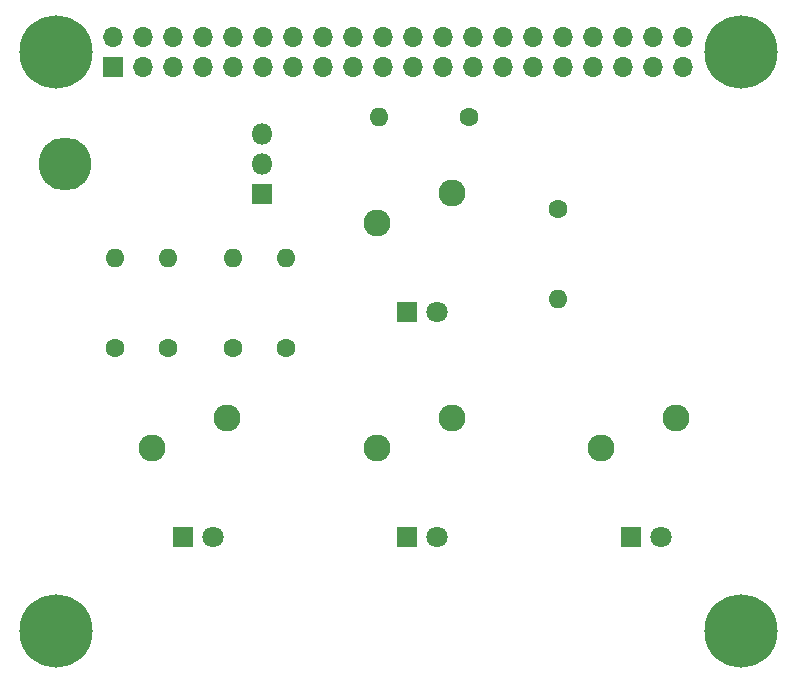
<source format=gbs>
G04 #@! TF.FileFunction,Soldermask,Bot*
%FSLAX46Y46*%
G04 Gerber Fmt 4.6, Leading zero omitted, Abs format (unit mm)*
G04 Created by KiCad (PCBNEW 4.0.6) date 07/22/17 01:00:57*
%MOMM*%
%LPD*%
G01*
G04 APERTURE LIST*
%ADD10C,0.100000*%
%ADD11C,2.750000*%
%ADD12C,6.200000*%
%ADD13O,4.500000X4.500000*%
%ADD14R,1.800000X1.800000*%
%ADD15O,1.800000X1.800000*%
%ADD16C,1.800000*%
%ADD17R,1.700000X1.700000*%
%ADD18O,1.700000X1.700000*%
%ADD19C,2.286000*%
%ADD20C,1.600000*%
%ADD21O,1.600000X1.600000*%
G04 APERTURE END LIST*
D10*
D11*
X105500000Y-126000000D03*
X47500000Y-126000000D03*
X47500000Y-77000000D03*
D12*
X105500000Y-77000000D03*
D13*
X48340000Y-86460000D03*
D14*
X65000000Y-89000000D03*
D15*
X65000000Y-86460000D03*
X65000000Y-83920000D03*
D12*
X47500000Y-126000000D03*
X105500000Y-126000000D03*
D11*
X105500000Y-77000000D03*
D14*
X77250000Y-99000000D03*
D16*
X79790000Y-99000000D03*
D14*
X58250000Y-118000000D03*
D16*
X60790000Y-118000000D03*
D14*
X77250000Y-118000000D03*
D16*
X79790000Y-118000000D03*
D14*
X96250000Y-118000000D03*
D16*
X98790000Y-118000000D03*
D17*
X52370000Y-78270000D03*
D18*
X52370000Y-75730000D03*
X54910000Y-78270000D03*
X54910000Y-75730000D03*
X57450000Y-78270000D03*
X57450000Y-75730000D03*
X59990000Y-78270000D03*
X59990000Y-75730000D03*
X62530000Y-78270000D03*
X62530000Y-75730000D03*
X65070000Y-78270000D03*
X65070000Y-75730000D03*
X67610000Y-78270000D03*
X67610000Y-75730000D03*
X70150000Y-78270000D03*
X70150000Y-75730000D03*
X72690000Y-78270000D03*
X72690000Y-75730000D03*
X75230000Y-78270000D03*
X75230000Y-75730000D03*
X77770000Y-78270000D03*
X77770000Y-75730000D03*
X80310000Y-78270000D03*
X80310000Y-75730000D03*
X82850000Y-78270000D03*
X82850000Y-75730000D03*
X85390000Y-78270000D03*
X85390000Y-75730000D03*
X87930000Y-78270000D03*
X87930000Y-75730000D03*
X90470000Y-78270000D03*
X90470000Y-75730000D03*
X93010000Y-78270000D03*
X93010000Y-75730000D03*
X95550000Y-78270000D03*
X95550000Y-75730000D03*
X98090000Y-78270000D03*
X98090000Y-75730000D03*
X100630000Y-78270000D03*
X100630000Y-75730000D03*
D19*
X81040000Y-88920000D03*
X74690000Y-91460000D03*
X62040000Y-107920000D03*
X55690000Y-110460000D03*
X81040000Y-107920000D03*
X74690000Y-110460000D03*
X100040000Y-107920000D03*
X93690000Y-110460000D03*
D12*
X47500000Y-77000000D03*
D20*
X90000000Y-90250000D03*
D21*
X90000000Y-97870000D03*
D20*
X82500000Y-82500000D03*
D21*
X74880000Y-82500000D03*
D20*
X62500000Y-102000000D03*
D21*
X62500000Y-94380000D03*
D20*
X67000000Y-102000000D03*
D21*
X67000000Y-94380000D03*
D20*
X52500000Y-102000000D03*
D21*
X52500000Y-94380000D03*
D20*
X57000000Y-102000000D03*
D21*
X57000000Y-94380000D03*
M02*

</source>
